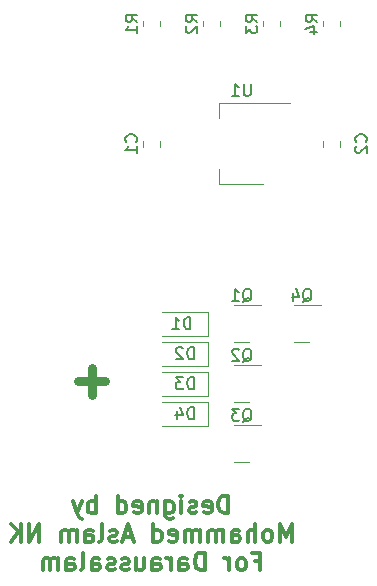
<source format=gbr>
%TF.GenerationSoftware,KiCad,Pcbnew,(6.0.4)*%
%TF.CreationDate,2022-04-23T22:51:50+05:30*%
%TF.ProjectId,esp32 switch,65737033-3220-4737-9769-7463682e6b69,rev?*%
%TF.SameCoordinates,Original*%
%TF.FileFunction,Legend,Bot*%
%TF.FilePolarity,Positive*%
%FSLAX46Y46*%
G04 Gerber Fmt 4.6, Leading zero omitted, Abs format (unit mm)*
G04 Created by KiCad (PCBNEW (6.0.4)) date 2022-04-23 22:51:50*
%MOMM*%
%LPD*%
G01*
G04 APERTURE LIST*
%ADD10C,0.750000*%
%ADD11C,0.300000*%
%ADD12C,0.150000*%
%ADD13C,0.120000*%
G04 APERTURE END LIST*
D10*
X115697142Y-91225714D02*
X117982857Y-91225714D01*
X116840000Y-90082857D02*
X116840000Y-92368571D01*
D11*
X128420000Y-102403571D02*
X128420000Y-100903571D01*
X128062857Y-100903571D01*
X127848571Y-100975000D01*
X127705714Y-101117857D01*
X127634285Y-101260714D01*
X127562857Y-101546428D01*
X127562857Y-101760714D01*
X127634285Y-102046428D01*
X127705714Y-102189285D01*
X127848571Y-102332142D01*
X128062857Y-102403571D01*
X128420000Y-102403571D01*
X126348571Y-102332142D02*
X126491428Y-102403571D01*
X126777142Y-102403571D01*
X126920000Y-102332142D01*
X126991428Y-102189285D01*
X126991428Y-101617857D01*
X126920000Y-101475000D01*
X126777142Y-101403571D01*
X126491428Y-101403571D01*
X126348571Y-101475000D01*
X126277142Y-101617857D01*
X126277142Y-101760714D01*
X126991428Y-101903571D01*
X125705714Y-102332142D02*
X125562857Y-102403571D01*
X125277142Y-102403571D01*
X125134285Y-102332142D01*
X125062857Y-102189285D01*
X125062857Y-102117857D01*
X125134285Y-101975000D01*
X125277142Y-101903571D01*
X125491428Y-101903571D01*
X125634285Y-101832142D01*
X125705714Y-101689285D01*
X125705714Y-101617857D01*
X125634285Y-101475000D01*
X125491428Y-101403571D01*
X125277142Y-101403571D01*
X125134285Y-101475000D01*
X124420000Y-102403571D02*
X124420000Y-101403571D01*
X124420000Y-100903571D02*
X124491428Y-100975000D01*
X124420000Y-101046428D01*
X124348571Y-100975000D01*
X124420000Y-100903571D01*
X124420000Y-101046428D01*
X123062857Y-101403571D02*
X123062857Y-102617857D01*
X123134285Y-102760714D01*
X123205714Y-102832142D01*
X123348571Y-102903571D01*
X123562857Y-102903571D01*
X123705714Y-102832142D01*
X123062857Y-102332142D02*
X123205714Y-102403571D01*
X123491428Y-102403571D01*
X123634285Y-102332142D01*
X123705714Y-102260714D01*
X123777142Y-102117857D01*
X123777142Y-101689285D01*
X123705714Y-101546428D01*
X123634285Y-101475000D01*
X123491428Y-101403571D01*
X123205714Y-101403571D01*
X123062857Y-101475000D01*
X122348571Y-101403571D02*
X122348571Y-102403571D01*
X122348571Y-101546428D02*
X122277142Y-101475000D01*
X122134285Y-101403571D01*
X121920000Y-101403571D01*
X121777142Y-101475000D01*
X121705714Y-101617857D01*
X121705714Y-102403571D01*
X120420000Y-102332142D02*
X120562857Y-102403571D01*
X120848571Y-102403571D01*
X120991428Y-102332142D01*
X121062857Y-102189285D01*
X121062857Y-101617857D01*
X120991428Y-101475000D01*
X120848571Y-101403571D01*
X120562857Y-101403571D01*
X120420000Y-101475000D01*
X120348571Y-101617857D01*
X120348571Y-101760714D01*
X121062857Y-101903571D01*
X119062857Y-102403571D02*
X119062857Y-100903571D01*
X119062857Y-102332142D02*
X119205714Y-102403571D01*
X119491428Y-102403571D01*
X119634285Y-102332142D01*
X119705714Y-102260714D01*
X119777142Y-102117857D01*
X119777142Y-101689285D01*
X119705714Y-101546428D01*
X119634285Y-101475000D01*
X119491428Y-101403571D01*
X119205714Y-101403571D01*
X119062857Y-101475000D01*
X117205714Y-102403571D02*
X117205714Y-100903571D01*
X117205714Y-101475000D02*
X117062857Y-101403571D01*
X116777142Y-101403571D01*
X116634285Y-101475000D01*
X116562857Y-101546428D01*
X116491428Y-101689285D01*
X116491428Y-102117857D01*
X116562857Y-102260714D01*
X116634285Y-102332142D01*
X116777142Y-102403571D01*
X117062857Y-102403571D01*
X117205714Y-102332142D01*
X115991428Y-101403571D02*
X115634285Y-102403571D01*
X115277142Y-101403571D02*
X115634285Y-102403571D01*
X115777142Y-102760714D01*
X115848571Y-102832142D01*
X115991428Y-102903571D01*
X133777142Y-104818571D02*
X133777142Y-103318571D01*
X133277142Y-104390000D01*
X132777142Y-103318571D01*
X132777142Y-104818571D01*
X131848571Y-104818571D02*
X131991428Y-104747142D01*
X132062857Y-104675714D01*
X132134285Y-104532857D01*
X132134285Y-104104285D01*
X132062857Y-103961428D01*
X131991428Y-103890000D01*
X131848571Y-103818571D01*
X131634285Y-103818571D01*
X131491428Y-103890000D01*
X131420000Y-103961428D01*
X131348571Y-104104285D01*
X131348571Y-104532857D01*
X131420000Y-104675714D01*
X131491428Y-104747142D01*
X131634285Y-104818571D01*
X131848571Y-104818571D01*
X130705714Y-104818571D02*
X130705714Y-103318571D01*
X130062857Y-104818571D02*
X130062857Y-104032857D01*
X130134285Y-103890000D01*
X130277142Y-103818571D01*
X130491428Y-103818571D01*
X130634285Y-103890000D01*
X130705714Y-103961428D01*
X128705714Y-104818571D02*
X128705714Y-104032857D01*
X128777142Y-103890000D01*
X128920000Y-103818571D01*
X129205714Y-103818571D01*
X129348571Y-103890000D01*
X128705714Y-104747142D02*
X128848571Y-104818571D01*
X129205714Y-104818571D01*
X129348571Y-104747142D01*
X129420000Y-104604285D01*
X129420000Y-104461428D01*
X129348571Y-104318571D01*
X129205714Y-104247142D01*
X128848571Y-104247142D01*
X128705714Y-104175714D01*
X127991428Y-104818571D02*
X127991428Y-103818571D01*
X127991428Y-103961428D02*
X127920000Y-103890000D01*
X127777142Y-103818571D01*
X127562857Y-103818571D01*
X127420000Y-103890000D01*
X127348571Y-104032857D01*
X127348571Y-104818571D01*
X127348571Y-104032857D02*
X127277142Y-103890000D01*
X127134285Y-103818571D01*
X126920000Y-103818571D01*
X126777142Y-103890000D01*
X126705714Y-104032857D01*
X126705714Y-104818571D01*
X125991428Y-104818571D02*
X125991428Y-103818571D01*
X125991428Y-103961428D02*
X125920000Y-103890000D01*
X125777142Y-103818571D01*
X125562857Y-103818571D01*
X125420000Y-103890000D01*
X125348571Y-104032857D01*
X125348571Y-104818571D01*
X125348571Y-104032857D02*
X125277142Y-103890000D01*
X125134285Y-103818571D01*
X124920000Y-103818571D01*
X124777142Y-103890000D01*
X124705714Y-104032857D01*
X124705714Y-104818571D01*
X123420000Y-104747142D02*
X123562857Y-104818571D01*
X123848571Y-104818571D01*
X123991428Y-104747142D01*
X124062857Y-104604285D01*
X124062857Y-104032857D01*
X123991428Y-103890000D01*
X123848571Y-103818571D01*
X123562857Y-103818571D01*
X123420000Y-103890000D01*
X123348571Y-104032857D01*
X123348571Y-104175714D01*
X124062857Y-104318571D01*
X122062857Y-104818571D02*
X122062857Y-103318571D01*
X122062857Y-104747142D02*
X122205714Y-104818571D01*
X122491428Y-104818571D01*
X122634285Y-104747142D01*
X122705714Y-104675714D01*
X122777142Y-104532857D01*
X122777142Y-104104285D01*
X122705714Y-103961428D01*
X122634285Y-103890000D01*
X122491428Y-103818571D01*
X122205714Y-103818571D01*
X122062857Y-103890000D01*
X120277142Y-104390000D02*
X119562857Y-104390000D01*
X120420000Y-104818571D02*
X119920000Y-103318571D01*
X119420000Y-104818571D01*
X118991428Y-104747142D02*
X118848571Y-104818571D01*
X118562857Y-104818571D01*
X118420000Y-104747142D01*
X118348571Y-104604285D01*
X118348571Y-104532857D01*
X118420000Y-104390000D01*
X118562857Y-104318571D01*
X118777142Y-104318571D01*
X118920000Y-104247142D01*
X118991428Y-104104285D01*
X118991428Y-104032857D01*
X118920000Y-103890000D01*
X118777142Y-103818571D01*
X118562857Y-103818571D01*
X118420000Y-103890000D01*
X117491428Y-104818571D02*
X117634285Y-104747142D01*
X117705714Y-104604285D01*
X117705714Y-103318571D01*
X116277142Y-104818571D02*
X116277142Y-104032857D01*
X116348571Y-103890000D01*
X116491428Y-103818571D01*
X116777142Y-103818571D01*
X116920000Y-103890000D01*
X116277142Y-104747142D02*
X116420000Y-104818571D01*
X116777142Y-104818571D01*
X116920000Y-104747142D01*
X116991428Y-104604285D01*
X116991428Y-104461428D01*
X116920000Y-104318571D01*
X116777142Y-104247142D01*
X116420000Y-104247142D01*
X116277142Y-104175714D01*
X115562857Y-104818571D02*
X115562857Y-103818571D01*
X115562857Y-103961428D02*
X115491428Y-103890000D01*
X115348571Y-103818571D01*
X115134285Y-103818571D01*
X114991428Y-103890000D01*
X114920000Y-104032857D01*
X114920000Y-104818571D01*
X114920000Y-104032857D02*
X114848571Y-103890000D01*
X114705714Y-103818571D01*
X114491428Y-103818571D01*
X114348571Y-103890000D01*
X114277142Y-104032857D01*
X114277142Y-104818571D01*
X112420000Y-104818571D02*
X112420000Y-103318571D01*
X111562857Y-104818571D01*
X111562857Y-103318571D01*
X110848571Y-104818571D02*
X110848571Y-103318571D01*
X109991428Y-104818571D02*
X110634285Y-103961428D01*
X109991428Y-103318571D02*
X110848571Y-104175714D01*
X130634285Y-106447857D02*
X131134285Y-106447857D01*
X131134285Y-107233571D02*
X131134285Y-105733571D01*
X130420000Y-105733571D01*
X129634285Y-107233571D02*
X129777142Y-107162142D01*
X129848571Y-107090714D01*
X129920000Y-106947857D01*
X129920000Y-106519285D01*
X129848571Y-106376428D01*
X129777142Y-106305000D01*
X129634285Y-106233571D01*
X129420000Y-106233571D01*
X129277142Y-106305000D01*
X129205714Y-106376428D01*
X129134285Y-106519285D01*
X129134285Y-106947857D01*
X129205714Y-107090714D01*
X129277142Y-107162142D01*
X129420000Y-107233571D01*
X129634285Y-107233571D01*
X128491428Y-107233571D02*
X128491428Y-106233571D01*
X128491428Y-106519285D02*
X128420000Y-106376428D01*
X128348571Y-106305000D01*
X128205714Y-106233571D01*
X128062857Y-106233571D01*
X126420000Y-107233571D02*
X126420000Y-105733571D01*
X126062857Y-105733571D01*
X125848571Y-105805000D01*
X125705714Y-105947857D01*
X125634285Y-106090714D01*
X125562857Y-106376428D01*
X125562857Y-106590714D01*
X125634285Y-106876428D01*
X125705714Y-107019285D01*
X125848571Y-107162142D01*
X126062857Y-107233571D01*
X126420000Y-107233571D01*
X124277142Y-107233571D02*
X124277142Y-106447857D01*
X124348571Y-106305000D01*
X124491428Y-106233571D01*
X124777142Y-106233571D01*
X124920000Y-106305000D01*
X124277142Y-107162142D02*
X124420000Y-107233571D01*
X124777142Y-107233571D01*
X124920000Y-107162142D01*
X124991428Y-107019285D01*
X124991428Y-106876428D01*
X124920000Y-106733571D01*
X124777142Y-106662142D01*
X124420000Y-106662142D01*
X124277142Y-106590714D01*
X123562857Y-107233571D02*
X123562857Y-106233571D01*
X123562857Y-106519285D02*
X123491428Y-106376428D01*
X123420000Y-106305000D01*
X123277142Y-106233571D01*
X123134285Y-106233571D01*
X121991428Y-107233571D02*
X121991428Y-106447857D01*
X122062857Y-106305000D01*
X122205714Y-106233571D01*
X122491428Y-106233571D01*
X122634285Y-106305000D01*
X121991428Y-107162142D02*
X122134285Y-107233571D01*
X122491428Y-107233571D01*
X122634285Y-107162142D01*
X122705714Y-107019285D01*
X122705714Y-106876428D01*
X122634285Y-106733571D01*
X122491428Y-106662142D01*
X122134285Y-106662142D01*
X121991428Y-106590714D01*
X120634285Y-106233571D02*
X120634285Y-107233571D01*
X121277142Y-106233571D02*
X121277142Y-107019285D01*
X121205714Y-107162142D01*
X121062857Y-107233571D01*
X120848571Y-107233571D01*
X120705714Y-107162142D01*
X120634285Y-107090714D01*
X119991428Y-107162142D02*
X119848571Y-107233571D01*
X119562857Y-107233571D01*
X119420000Y-107162142D01*
X119348571Y-107019285D01*
X119348571Y-106947857D01*
X119420000Y-106805000D01*
X119562857Y-106733571D01*
X119777142Y-106733571D01*
X119920000Y-106662142D01*
X119991428Y-106519285D01*
X119991428Y-106447857D01*
X119920000Y-106305000D01*
X119777142Y-106233571D01*
X119562857Y-106233571D01*
X119420000Y-106305000D01*
X118777142Y-107162142D02*
X118634285Y-107233571D01*
X118348571Y-107233571D01*
X118205714Y-107162142D01*
X118134285Y-107019285D01*
X118134285Y-106947857D01*
X118205714Y-106805000D01*
X118348571Y-106733571D01*
X118562857Y-106733571D01*
X118705714Y-106662142D01*
X118777142Y-106519285D01*
X118777142Y-106447857D01*
X118705714Y-106305000D01*
X118562857Y-106233571D01*
X118348571Y-106233571D01*
X118205714Y-106305000D01*
X116848571Y-107233571D02*
X116848571Y-106447857D01*
X116920000Y-106305000D01*
X117062857Y-106233571D01*
X117348571Y-106233571D01*
X117491428Y-106305000D01*
X116848571Y-107162142D02*
X116991428Y-107233571D01*
X117348571Y-107233571D01*
X117491428Y-107162142D01*
X117562857Y-107019285D01*
X117562857Y-106876428D01*
X117491428Y-106733571D01*
X117348571Y-106662142D01*
X116991428Y-106662142D01*
X116848571Y-106590714D01*
X115920000Y-107233571D02*
X116062857Y-107162142D01*
X116134285Y-107019285D01*
X116134285Y-105733571D01*
X114705714Y-107233571D02*
X114705714Y-106447857D01*
X114777142Y-106305000D01*
X114920000Y-106233571D01*
X115205714Y-106233571D01*
X115348571Y-106305000D01*
X114705714Y-107162142D02*
X114848571Y-107233571D01*
X115205714Y-107233571D01*
X115348571Y-107162142D01*
X115420000Y-107019285D01*
X115420000Y-106876428D01*
X115348571Y-106733571D01*
X115205714Y-106662142D01*
X114848571Y-106662142D01*
X114705714Y-106590714D01*
X113991428Y-107233571D02*
X113991428Y-106233571D01*
X113991428Y-106376428D02*
X113920000Y-106305000D01*
X113777142Y-106233571D01*
X113562857Y-106233571D01*
X113420000Y-106305000D01*
X113348571Y-106447857D01*
X113348571Y-107233571D01*
X113348571Y-106447857D02*
X113277142Y-106305000D01*
X113134285Y-106233571D01*
X112920000Y-106233571D01*
X112777142Y-106305000D01*
X112705714Y-106447857D01*
X112705714Y-107233571D01*
D12*
%TO.C,D1*%
X125198095Y-86812380D02*
X125198095Y-85812380D01*
X124960000Y-85812380D01*
X124817142Y-85860000D01*
X124721904Y-85955238D01*
X124674285Y-86050476D01*
X124626666Y-86240952D01*
X124626666Y-86383809D01*
X124674285Y-86574285D01*
X124721904Y-86669523D01*
X124817142Y-86764761D01*
X124960000Y-86812380D01*
X125198095Y-86812380D01*
X123674285Y-86812380D02*
X124245714Y-86812380D01*
X123960000Y-86812380D02*
X123960000Y-85812380D01*
X124055238Y-85955238D01*
X124150476Y-86050476D01*
X124245714Y-86098095D01*
%TO.C,D2*%
X125498095Y-89352380D02*
X125498095Y-88352380D01*
X125260000Y-88352380D01*
X125117142Y-88400000D01*
X125021904Y-88495238D01*
X124974285Y-88590476D01*
X124926666Y-88780952D01*
X124926666Y-88923809D01*
X124974285Y-89114285D01*
X125021904Y-89209523D01*
X125117142Y-89304761D01*
X125260000Y-89352380D01*
X125498095Y-89352380D01*
X124545714Y-88447619D02*
X124498095Y-88400000D01*
X124402857Y-88352380D01*
X124164761Y-88352380D01*
X124069523Y-88400000D01*
X124021904Y-88447619D01*
X123974285Y-88542857D01*
X123974285Y-88638095D01*
X124021904Y-88780952D01*
X124593333Y-89352380D01*
X123974285Y-89352380D01*
%TO.C,Q3*%
X129635238Y-94667619D02*
X129730476Y-94620000D01*
X129825714Y-94524761D01*
X129968571Y-94381904D01*
X130063809Y-94334285D01*
X130159047Y-94334285D01*
X130111428Y-94572380D02*
X130206666Y-94524761D01*
X130301904Y-94429523D01*
X130349523Y-94239047D01*
X130349523Y-93905714D01*
X130301904Y-93715238D01*
X130206666Y-93620000D01*
X130111428Y-93572380D01*
X129920952Y-93572380D01*
X129825714Y-93620000D01*
X129730476Y-93715238D01*
X129682857Y-93905714D01*
X129682857Y-94239047D01*
X129730476Y-94429523D01*
X129825714Y-94524761D01*
X129920952Y-94572380D01*
X130111428Y-94572380D01*
X129349523Y-93572380D02*
X128730476Y-93572380D01*
X129063809Y-93953333D01*
X128920952Y-93953333D01*
X128825714Y-94000952D01*
X128778095Y-94048571D01*
X128730476Y-94143809D01*
X128730476Y-94381904D01*
X128778095Y-94477142D01*
X128825714Y-94524761D01*
X128920952Y-94572380D01*
X129206666Y-94572380D01*
X129301904Y-94524761D01*
X129349523Y-94477142D01*
%TO.C,U1*%
X130301904Y-66072380D02*
X130301904Y-66881904D01*
X130254285Y-66977142D01*
X130206666Y-67024761D01*
X130111428Y-67072380D01*
X129920952Y-67072380D01*
X129825714Y-67024761D01*
X129778095Y-66977142D01*
X129730476Y-66881904D01*
X129730476Y-66072380D01*
X128730476Y-67072380D02*
X129301904Y-67072380D01*
X129016190Y-67072380D02*
X129016190Y-66072380D01*
X129111428Y-66215238D01*
X129206666Y-66310476D01*
X129301904Y-66358095D01*
%TO.C,Q4*%
X134715238Y-84507619D02*
X134810476Y-84460000D01*
X134905714Y-84364761D01*
X135048571Y-84221904D01*
X135143809Y-84174285D01*
X135239047Y-84174285D01*
X135191428Y-84412380D02*
X135286666Y-84364761D01*
X135381904Y-84269523D01*
X135429523Y-84079047D01*
X135429523Y-83745714D01*
X135381904Y-83555238D01*
X135286666Y-83460000D01*
X135191428Y-83412380D01*
X135000952Y-83412380D01*
X134905714Y-83460000D01*
X134810476Y-83555238D01*
X134762857Y-83745714D01*
X134762857Y-84079047D01*
X134810476Y-84269523D01*
X134905714Y-84364761D01*
X135000952Y-84412380D01*
X135191428Y-84412380D01*
X133905714Y-83745714D02*
X133905714Y-84412380D01*
X134143809Y-83364761D02*
X134381904Y-84079047D01*
X133762857Y-84079047D01*
%TO.C,Q2*%
X129635238Y-89587619D02*
X129730476Y-89540000D01*
X129825714Y-89444761D01*
X129968571Y-89301904D01*
X130063809Y-89254285D01*
X130159047Y-89254285D01*
X130111428Y-89492380D02*
X130206666Y-89444761D01*
X130301904Y-89349523D01*
X130349523Y-89159047D01*
X130349523Y-88825714D01*
X130301904Y-88635238D01*
X130206666Y-88540000D01*
X130111428Y-88492380D01*
X129920952Y-88492380D01*
X129825714Y-88540000D01*
X129730476Y-88635238D01*
X129682857Y-88825714D01*
X129682857Y-89159047D01*
X129730476Y-89349523D01*
X129825714Y-89444761D01*
X129920952Y-89492380D01*
X130111428Y-89492380D01*
X129301904Y-88587619D02*
X129254285Y-88540000D01*
X129159047Y-88492380D01*
X128920952Y-88492380D01*
X128825714Y-88540000D01*
X128778095Y-88587619D01*
X128730476Y-88682857D01*
X128730476Y-88778095D01*
X128778095Y-88920952D01*
X129349523Y-89492380D01*
X128730476Y-89492380D01*
%TO.C,C2*%
X140057142Y-70953333D02*
X140104761Y-70905714D01*
X140152380Y-70762857D01*
X140152380Y-70667619D01*
X140104761Y-70524761D01*
X140009523Y-70429523D01*
X139914285Y-70381904D01*
X139723809Y-70334285D01*
X139580952Y-70334285D01*
X139390476Y-70381904D01*
X139295238Y-70429523D01*
X139200000Y-70524761D01*
X139152380Y-70667619D01*
X139152380Y-70762857D01*
X139200000Y-70905714D01*
X139247619Y-70953333D01*
X139247619Y-71334285D02*
X139200000Y-71381904D01*
X139152380Y-71477142D01*
X139152380Y-71715238D01*
X139200000Y-71810476D01*
X139247619Y-71858095D01*
X139342857Y-71905714D01*
X139438095Y-71905714D01*
X139580952Y-71858095D01*
X140152380Y-71286666D01*
X140152380Y-71905714D01*
%TO.C,D4*%
X125498095Y-94432380D02*
X125498095Y-93432380D01*
X125260000Y-93432380D01*
X125117142Y-93480000D01*
X125021904Y-93575238D01*
X124974285Y-93670476D01*
X124926666Y-93860952D01*
X124926666Y-94003809D01*
X124974285Y-94194285D01*
X125021904Y-94289523D01*
X125117142Y-94384761D01*
X125260000Y-94432380D01*
X125498095Y-94432380D01*
X124069523Y-93765714D02*
X124069523Y-94432380D01*
X124307619Y-93384761D02*
X124545714Y-94099047D01*
X123926666Y-94099047D01*
%TO.C,Q1*%
X129635238Y-84507619D02*
X129730476Y-84460000D01*
X129825714Y-84364761D01*
X129968571Y-84221904D01*
X130063809Y-84174285D01*
X130159047Y-84174285D01*
X130111428Y-84412380D02*
X130206666Y-84364761D01*
X130301904Y-84269523D01*
X130349523Y-84079047D01*
X130349523Y-83745714D01*
X130301904Y-83555238D01*
X130206666Y-83460000D01*
X130111428Y-83412380D01*
X129920952Y-83412380D01*
X129825714Y-83460000D01*
X129730476Y-83555238D01*
X129682857Y-83745714D01*
X129682857Y-84079047D01*
X129730476Y-84269523D01*
X129825714Y-84364761D01*
X129920952Y-84412380D01*
X130111428Y-84412380D01*
X128730476Y-84412380D02*
X129301904Y-84412380D01*
X129016190Y-84412380D02*
X129016190Y-83412380D01*
X129111428Y-83555238D01*
X129206666Y-83650476D01*
X129301904Y-83698095D01*
%TO.C,D3*%
X125498095Y-91892380D02*
X125498095Y-90892380D01*
X125260000Y-90892380D01*
X125117142Y-90940000D01*
X125021904Y-91035238D01*
X124974285Y-91130476D01*
X124926666Y-91320952D01*
X124926666Y-91463809D01*
X124974285Y-91654285D01*
X125021904Y-91749523D01*
X125117142Y-91844761D01*
X125260000Y-91892380D01*
X125498095Y-91892380D01*
X124593333Y-90892380D02*
X123974285Y-90892380D01*
X124307619Y-91273333D01*
X124164761Y-91273333D01*
X124069523Y-91320952D01*
X124021904Y-91368571D01*
X123974285Y-91463809D01*
X123974285Y-91701904D01*
X124021904Y-91797142D01*
X124069523Y-91844761D01*
X124164761Y-91892380D01*
X124450476Y-91892380D01*
X124545714Y-91844761D01*
X124593333Y-91797142D01*
%TO.C,R4*%
X135962380Y-60793333D02*
X135486190Y-60460000D01*
X135962380Y-60221904D02*
X134962380Y-60221904D01*
X134962380Y-60602857D01*
X135010000Y-60698095D01*
X135057619Y-60745714D01*
X135152857Y-60793333D01*
X135295714Y-60793333D01*
X135390952Y-60745714D01*
X135438571Y-60698095D01*
X135486190Y-60602857D01*
X135486190Y-60221904D01*
X135295714Y-61650476D02*
X135962380Y-61650476D01*
X134914761Y-61412380D02*
X135629047Y-61174285D01*
X135629047Y-61793333D01*
%TO.C,R3*%
X130882380Y-60793333D02*
X130406190Y-60460000D01*
X130882380Y-60221904D02*
X129882380Y-60221904D01*
X129882380Y-60602857D01*
X129930000Y-60698095D01*
X129977619Y-60745714D01*
X130072857Y-60793333D01*
X130215714Y-60793333D01*
X130310952Y-60745714D01*
X130358571Y-60698095D01*
X130406190Y-60602857D01*
X130406190Y-60221904D01*
X129882380Y-61126666D02*
X129882380Y-61745714D01*
X130263333Y-61412380D01*
X130263333Y-61555238D01*
X130310952Y-61650476D01*
X130358571Y-61698095D01*
X130453809Y-61745714D01*
X130691904Y-61745714D01*
X130787142Y-61698095D01*
X130834761Y-61650476D01*
X130882380Y-61555238D01*
X130882380Y-61269523D01*
X130834761Y-61174285D01*
X130787142Y-61126666D01*
%TO.C,C1*%
X120597142Y-70953333D02*
X120644761Y-70905714D01*
X120692380Y-70762857D01*
X120692380Y-70667619D01*
X120644761Y-70524761D01*
X120549523Y-70429523D01*
X120454285Y-70381904D01*
X120263809Y-70334285D01*
X120120952Y-70334285D01*
X119930476Y-70381904D01*
X119835238Y-70429523D01*
X119740000Y-70524761D01*
X119692380Y-70667619D01*
X119692380Y-70762857D01*
X119740000Y-70905714D01*
X119787619Y-70953333D01*
X120692380Y-71905714D02*
X120692380Y-71334285D01*
X120692380Y-71620000D02*
X119692380Y-71620000D01*
X119835238Y-71524761D01*
X119930476Y-71429523D01*
X119978095Y-71334285D01*
%TO.C,R2*%
X125802380Y-60793333D02*
X125326190Y-60460000D01*
X125802380Y-60221904D02*
X124802380Y-60221904D01*
X124802380Y-60602857D01*
X124850000Y-60698095D01*
X124897619Y-60745714D01*
X124992857Y-60793333D01*
X125135714Y-60793333D01*
X125230952Y-60745714D01*
X125278571Y-60698095D01*
X125326190Y-60602857D01*
X125326190Y-60221904D01*
X124897619Y-61174285D02*
X124850000Y-61221904D01*
X124802380Y-61317142D01*
X124802380Y-61555238D01*
X124850000Y-61650476D01*
X124897619Y-61698095D01*
X124992857Y-61745714D01*
X125088095Y-61745714D01*
X125230952Y-61698095D01*
X125802380Y-61126666D01*
X125802380Y-61745714D01*
%TO.C,R1*%
X120722380Y-60793333D02*
X120246190Y-60460000D01*
X120722380Y-60221904D02*
X119722380Y-60221904D01*
X119722380Y-60602857D01*
X119770000Y-60698095D01*
X119817619Y-60745714D01*
X119912857Y-60793333D01*
X120055714Y-60793333D01*
X120150952Y-60745714D01*
X120198571Y-60698095D01*
X120246190Y-60602857D01*
X120246190Y-60221904D01*
X120722380Y-61745714D02*
X120722380Y-61174285D01*
X120722380Y-61460000D02*
X119722380Y-61460000D01*
X119865238Y-61364761D01*
X119960476Y-61269523D01*
X120008095Y-61174285D01*
D13*
%TO.C,D1*%
X126710000Y-85360000D02*
X122810000Y-85360000D01*
X126710000Y-85360000D02*
X126710000Y-87360000D01*
X126710000Y-87360000D02*
X122810000Y-87360000D01*
%TO.C,D2*%
X126710000Y-87900000D02*
X122810000Y-87900000D01*
X126710000Y-89900000D02*
X122810000Y-89900000D01*
X126710000Y-87900000D02*
X126710000Y-89900000D01*
%TO.C,Q3*%
X129540000Y-98080000D02*
X130190000Y-98080000D01*
X129540000Y-98080000D02*
X128890000Y-98080000D01*
X129540000Y-94960000D02*
X131215000Y-94960000D01*
X129540000Y-94960000D02*
X128890000Y-94960000D01*
%TO.C,U1*%
X127630000Y-74530000D02*
X127630000Y-73270000D01*
X133640000Y-67710000D02*
X127630000Y-67710000D01*
X131390000Y-74530000D02*
X127630000Y-74530000D01*
X127630000Y-67710000D02*
X127630000Y-68970000D01*
%TO.C,Q4*%
X134620000Y-87920000D02*
X133970000Y-87920000D01*
X134620000Y-84800000D02*
X136295000Y-84800000D01*
X134620000Y-87920000D02*
X135270000Y-87920000D01*
X134620000Y-84800000D02*
X133970000Y-84800000D01*
%TO.C,Q2*%
X129540000Y-93000000D02*
X130190000Y-93000000D01*
X129540000Y-93000000D02*
X128890000Y-93000000D01*
X129540000Y-89880000D02*
X131215000Y-89880000D01*
X129540000Y-89880000D02*
X128890000Y-89880000D01*
%TO.C,C2*%
X136425000Y-71381252D02*
X136425000Y-70858748D01*
X137895000Y-71381252D02*
X137895000Y-70858748D01*
%TO.C,D4*%
X126710000Y-92980000D02*
X122810000Y-92980000D01*
X126710000Y-94980000D02*
X122810000Y-94980000D01*
X126710000Y-92980000D02*
X126710000Y-94980000D01*
%TO.C,Q1*%
X129540000Y-84800000D02*
X131215000Y-84800000D01*
X129540000Y-84800000D02*
X128890000Y-84800000D01*
X129540000Y-87920000D02*
X128890000Y-87920000D01*
X129540000Y-87920000D02*
X130190000Y-87920000D01*
%TO.C,D3*%
X126710000Y-90440000D02*
X126710000Y-92440000D01*
X126710000Y-92440000D02*
X122810000Y-92440000D01*
X126710000Y-90440000D02*
X122810000Y-90440000D01*
%TO.C,R4*%
X136425000Y-60732936D02*
X136425000Y-61187064D01*
X137895000Y-60732936D02*
X137895000Y-61187064D01*
%TO.C,R3*%
X131345000Y-60732936D02*
X131345000Y-61187064D01*
X132815000Y-60732936D02*
X132815000Y-61187064D01*
%TO.C,C1*%
X122655000Y-70858748D02*
X122655000Y-71381252D01*
X121185000Y-70858748D02*
X121185000Y-71381252D01*
%TO.C,R2*%
X126265000Y-60732936D02*
X126265000Y-61187064D01*
X127735000Y-60732936D02*
X127735000Y-61187064D01*
%TO.C,R1*%
X121185000Y-60732936D02*
X121185000Y-61187064D01*
X122655000Y-60732936D02*
X122655000Y-61187064D01*
%TD*%
M02*

</source>
